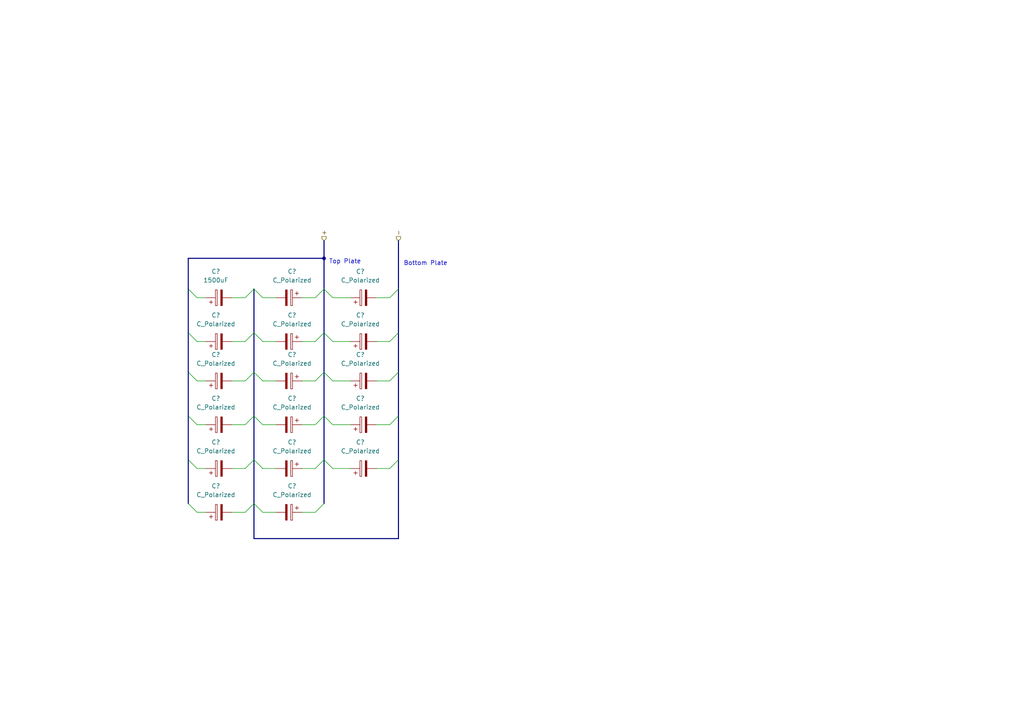
<source format=kicad_sch>
(kicad_sch (version 20231120) (generator "eeschema") (generator_version "8.0")
  (paper "A4")
  (lib_symbols
    (symbol "Device:C_Polarized" (pin_numbers hide) (pin_names (offset 0.254))
      (property "Reference" "C" (at 0.635 2.54 0))
      (property "Value" "C_Polarized" (at 0.635 -2.54 0))
      (symbol "C_Polarized_0_1"
        (rectangle (start -2.286 0.508) (end 2.286 1.016))
        (polyline (pts (xy -1.778 2.286) (xy -0.762 2.286)))
        (polyline (pts (xy -1.27 2.794) (xy -1.27 1.778)))
        (rectangle (start 2.286 -0.508) (end -2.286 -1.016) (fill (type outline)))
      )
      (symbol "C_Polarized_1_1"
        (pin passive line (at 0 3.81 270) (length 2.794) (name "~") (number "1"))
        (pin passive line (at 0 -3.81 90) (length 2.794) (name "~") (number "2"))
      )
    )
  )
  (junction (at 93.98 74.93))
  (bus_entry (at 54.61 120.65) (size 2.54 2.54))
  (bus_entry (at 73.66 120.65) (size 2.54 2.54))
  (bus_entry (at 115.57 120.65) (size -2.54 2.54))
  (bus_entry (at 91.44 135.89) (size 2.54 -2.54))
  (bus_entry (at 91.44 110.49) (size 2.54 -2.54))
  (bus_entry (at 115.57 96.52) (size -2.54 2.54))
  (bus_entry (at 93.98 83.82) (size 2.54 2.54))
  (bus_entry (at 71.12 99.06) (size 2.54 -2.54))
  (bus_entry (at 73.66 83.82) (size 2.54 2.54))
  (bus_entry (at 71.12 110.49) (size 2.54 -2.54))
  (bus_entry (at 71.12 148.59) (size 2.54 -2.54))
  (bus_entry (at 54.61 107.95) (size 2.54 2.54))
  (bus_entry (at 54.61 96.52) (size 2.54 2.54))
  (bus_entry (at 93.98 96.52) (size 2.54 2.54))
  (bus_entry (at 54.61 83.82) (size 2.54 2.54))
  (bus_entry (at 71.12 135.89) (size 2.54 -2.54))
  (bus_entry (at 73.66 146.05) (size 2.54 2.54))
  (bus_entry (at 73.66 96.52) (size 2.54 2.54))
  (bus_entry (at 54.61 133.35) (size 2.54 2.54))
  (bus_entry (at 54.61 146.05) (size 2.54 2.54))
  (bus_entry (at 73.66 107.95) (size 2.54 2.54))
  (bus_entry (at 93.98 120.65) (size 2.54 2.54))
  (bus_entry (at 71.12 123.19) (size 2.54 -2.54))
  (bus_entry (at 115.57 83.82) (size -2.54 2.54))
  (bus_entry (at 91.44 123.19) (size 2.54 -2.54))
  (bus_entry (at 71.12 86.36) (size 2.54 -2.54))
  (bus_entry (at 91.44 99.06) (size 2.54 -2.54))
  (bus_entry (at 115.57 107.95) (size -2.54 2.54))
  (bus_entry (at 93.98 133.35) (size 2.54 2.54))
  (bus_entry (at 73.66 133.35) (size 2.54 2.54))
  (bus_entry (at 91.44 86.36) (size 2.54 -2.54))
  (bus_entry (at 91.44 148.59) (size 2.54 -2.54))
  (bus_entry (at 115.57 133.35) (size -2.54 2.54))
  (bus_entry (at 93.98 107.95) (size 2.54 2.54))
  (wire (pts (xy 57.15 99.06) (xy 59.69 99.06)))
  (wire (pts (xy 57.15 110.49) (xy 59.69 110.49)))
  (wire (pts (xy 96.52 135.89) (xy 101.6 135.89)))
  (bus (pts (xy 93.98 74.93) (xy 93.98 83.82)))
  (wire (pts (xy 109.22 135.89) (xy 113.03 135.89)))
  (bus (pts (xy 93.98 120.65) (xy 93.98 133.35)))
  (bus (pts (xy 73.66 133.35) (xy 73.66 146.05)))
  (wire (pts (xy 87.63 148.59) (xy 91.44 148.59)))
  (wire (pts (xy 96.52 123.19) (xy 101.6 123.19)))
  (bus (pts (xy 73.66 146.05) (xy 73.66 156.21)))
  (wire (pts (xy 67.31 123.19) (xy 71.12 123.19)))
  (bus (pts (xy 115.57 133.35) (xy 115.57 156.21)))
  (wire (pts (xy 57.15 135.89) (xy 59.69 135.89)))
  (wire (pts (xy 67.31 86.36) (xy 71.12 86.36)))
  (wire (pts (xy 76.2 86.36) (xy 80.01 86.36)))
  (bus (pts (xy 93.98 69.85) (xy 93.98 74.93)))
  (wire (pts (xy 109.22 110.49) (xy 113.03 110.49)))
  (bus (pts (xy 54.61 133.35) (xy 54.61 146.05)))
  (bus (pts (xy 93.98 83.82) (xy 93.98 96.52)))
  (wire (pts (xy 57.15 148.59) (xy 59.69 148.59)))
  (bus (pts (xy 54.61 96.52) (xy 54.61 83.82)))
  (bus (pts (xy 93.98 96.52) (xy 93.98 107.95)))
  (wire (pts (xy 109.22 123.19) (xy 113.03 123.19)))
  (wire (pts (xy 96.52 86.36) (xy 101.6 86.36)))
  (bus (pts (xy 115.57 96.52) (xy 115.57 107.95)))
  (bus (pts (xy 54.61 74.93) (xy 93.98 74.93)))
  (bus (pts (xy 93.98 107.95) (xy 93.98 120.65)))
  (wire (pts (xy 109.22 86.36) (xy 113.03 86.36)))
  (bus (pts (xy 73.66 96.52) (xy 73.66 107.95)))
  (bus (pts (xy 54.61 107.95) (xy 54.61 96.52)))
  (wire (pts (xy 87.63 99.06) (xy 91.44 99.06)))
  (wire (pts (xy 96.52 110.49) (xy 101.6 110.49)))
  (wire (pts (xy 67.31 135.89) (xy 71.12 135.89)))
  (bus (pts (xy 54.61 133.35) (xy 54.61 120.65)))
  (wire (pts (xy 76.2 99.06) (xy 80.01 99.06)))
  (wire (pts (xy 76.2 110.49) (xy 80.01 110.49)))
  (bus (pts (xy 115.57 120.65) (xy 115.57 133.35)))
  (wire (pts (xy 57.15 123.19) (xy 59.69 123.19)))
  (bus (pts (xy 93.98 133.35) (xy 93.98 146.05)))
  (bus (pts (xy 115.57 156.21) (xy 73.66 156.21)))
  (wire (pts (xy 96.52 99.06) (xy 101.6 99.06)))
  (bus (pts (xy 115.57 69.85) (xy 115.57 83.82)))
  (wire (pts (xy 76.2 135.89) (xy 80.01 135.89)))
  (bus (pts (xy 54.61 74.93) (xy 54.61 83.82)))
  (wire (pts (xy 67.31 110.49) (xy 71.12 110.49)))
  (wire (pts (xy 87.63 123.19) (xy 91.44 123.19)))
  (wire (pts (xy 57.15 86.36) (xy 59.69 86.36)))
  (wire (pts (xy 67.31 99.06) (xy 71.12 99.06)))
  (wire (pts (xy 67.31 148.59) (xy 71.12 148.59)))
  (wire (pts (xy 109.22 99.06) (xy 113.03 99.06)))
  (wire (pts (xy 87.63 110.49) (xy 91.44 110.49)))
  (wire (pts (xy 76.2 123.19) (xy 80.01 123.19)))
  (wire (pts (xy 87.63 135.89) (xy 91.44 135.89)))
  (bus (pts (xy 115.57 83.82) (xy 115.57 96.52)))
  (bus (pts (xy 54.61 120.65) (xy 54.61 107.95)))
  (wire (pts (xy 87.63 86.36) (xy 91.44 86.36)))
  (wire (pts (xy 76.2 148.59) (xy 80.01 148.59)))
  (bus (pts (xy 73.66 120.65) (xy 73.66 133.35)))
  (bus (pts (xy 115.57 107.95) (xy 115.57 120.65)))
  (bus (pts (xy 73.66 83.82) (xy 73.66 96.52)))
  (bus (pts (xy 73.66 107.95) (xy 73.66 120.65)))
  (text "Top Plate" (at 100.076 75.946 0) (effects (font (size 1.27 1.27))))
  (text "Bottom Plate\n" (at 123.444 76.454 0) (effects (font (size 1.27 1.27))))
  (hierarchical_label "+" (shape input) (at 93.98 69.85 90))
  (hierarchical_label "-" (shape input) (at 115.57 69.85 90))
  (symbol (lib_id "Device:C_Polarized") (at 105.41 86.36 90) (unit 1)
    (property "Reference" "C?" (at 104.521 78.74 90))
    (property "Value" "C_Polarized" (at 104.521 81.28 90))
    (property "Description" "Polarized capacitor" (effects (hide yes)))
  )
  (symbol (lib_id "Device:C_Polarized") (at 83.82 148.59 270) (unit 1)
    (property "Reference" "C?" (at 84.709 140.97 90))
    (property "Value" "C_Polarized" (at 84.709 143.51 90))
    (property "Description" "Polarized capacitor" (effects (hide yes)))
  )
  (symbol (lib_id "Device:C_Polarized") (at 83.82 99.06 270) (unit 1)
    (property "Reference" "C?" (at 84.709 91.44 90))
    (property "Value" "C_Polarized" (at 84.709 93.98 90))
    (property "Description" "Polarized capacitor" (effects (hide yes)))
  )
  (symbol (lib_id "Device:C_Polarized") (at 63.5 148.59 90) (unit 1)
    (property "Reference" "C?" (at 62.611 140.97 90))
    (property "Value" "C_Polarized" (at 62.611 143.51 90))
    (property "Description" "Polarized capacitor" (effects (hide yes)))
  )
  (symbol (lib_id "Device:C_Polarized") (at 105.41 135.89 90) (unit 1)
    (property "Reference" "C?" (at 104.521 128.27 90))
    (property "Value" "C_Polarized" (at 104.521 130.81 90))
    (property "Description" "Polarized capacitor" (effects (hide yes)))
  )
  (symbol (lib_id "Device:C_Polarized") (at 63.5 86.36 90) (unit 1)
    (property "Reference" "C?" (at 62.611 78.74 90))
    (property "Value" "1500uF" (at 62.611 81.28 90))
    (property "Description" "Polarized capacitor" (effects (hide yes)))
  )
  (symbol (lib_id "Device:C_Polarized") (at 105.41 110.49 90) (unit 1)
    (property "Reference" "C?" (at 104.521 102.87 90))
    (property "Value" "C_Polarized" (at 104.521 105.41 90))
    (property "Description" "Polarized capacitor" (effects (hide yes)))
  )
  (symbol (lib_id "Device:C_Polarized") (at 83.82 110.49 270) (unit 1)
    (property "Reference" "C?" (at 84.709 102.87 90))
    (property "Value" "C_Polarized" (at 84.709 105.41 90))
    (property "Description" "Polarized capacitor" (effects (hide yes)))
  )
  (symbol (lib_id "Device:C_Polarized") (at 63.5 110.49 90) (unit 1)
    (property "Reference" "C?" (at 62.611 102.87 90))
    (property "Value" "C_Polarized" (at 62.611 105.41 90))
    (property "Description" "Polarized capacitor" (effects (hide yes)))
  )
  (symbol (lib_id "Device:C_Polarized") (at 105.41 99.06 90) (unit 1)
    (property "Reference" "C?" (at 104.521 91.44 90))
    (property "Value" "C_Polarized" (at 104.521 93.98 90))
    (property "Description" "Polarized capacitor" (effects (hide yes)))
  )
  (symbol (lib_id "Device:C_Polarized") (at 63.5 135.89 90) (unit 1)
    (property "Reference" "C?" (at 62.611 128.27 90))
    (property "Value" "C_Polarized" (at 62.611 130.81 90))
    (property "Description" "Polarized capacitor" (effects (hide yes)))
  )
  (symbol (lib_id "Device:C_Polarized") (at 83.82 86.36 270) (unit 1)
    (property "Reference" "C?" (at 84.709 78.74 90))
    (property "Value" "C_Polarized" (at 84.709 81.28 90))
    (property "Description" "Polarized capacitor" (effects (hide yes)))
  )
  (symbol (lib_id "Device:C_Polarized") (at 63.5 123.19 90) (unit 1)
    (property "Reference" "C?" (at 62.611 115.57 90))
    (property "Value" "C_Polarized" (at 62.611 118.11 90))
    (property "Description" "Polarized capacitor" (effects (hide yes)))
  )
  (symbol (lib_id "Device:C_Polarized") (at 83.82 123.19 270) (unit 1)
    (property "Reference" "C?" (at 84.709 115.57 90))
    (property "Value" "C_Polarized" (at 84.709 118.11 90))
    (property "Description" "Polarized capacitor" (effects (hide yes)))
  )
  (symbol (lib_id "Device:C_Polarized") (at 83.82 135.89 270) (unit 1)
    (property "Reference" "C?" (at 84.709 128.27 90))
    (property "Value" "C_Polarized" (at 84.709 130.81 90))
    (property "Description" "Polarized capacitor" (effects (hide yes)))
  )
  (symbol (lib_id "Device:C_Polarized") (at 63.5 99.06 90) (unit 1)
    (property "Reference" "C?" (at 62.611 91.44 90))
    (property "Value" "C_Polarized" (at 62.611 93.98 90))
    (property "Description" "Polarized capacitor" (effects (hide yes)))
  )
  (symbol (lib_id "Device:C_Polarized") (at 105.41 123.19 90) (unit 1)
    (property "Reference" "C?" (at 104.521 115.57 90))
    (property "Value" "C_Polarized" (at 104.521 118.11 90))
    (property "Description" "Polarized capacitor" (effects (hide yes)))
  )
)
</source>
